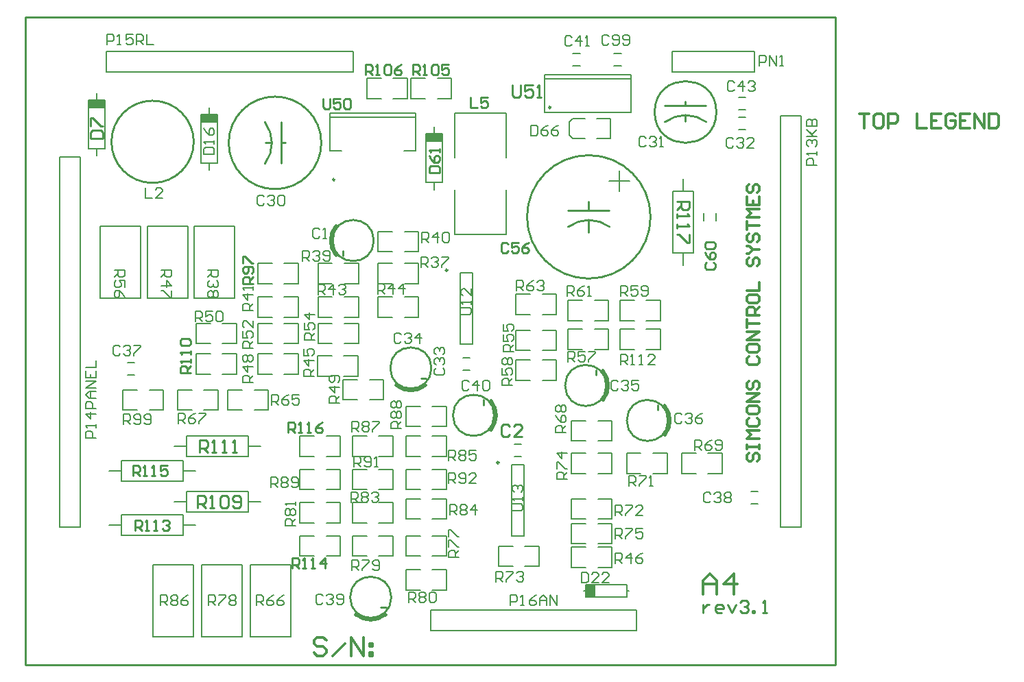
<source format=gto>
%FSLAX25Y25*%
%MOIN*%
G70*
G01*
G75*
G04 Layer_Color=65535*
%ADD10C,0.01800*%
%ADD11C,0.04000*%
%ADD12C,0.02000*%
%ADD13C,0.02200*%
%ADD14C,0.02400*%
%ADD15C,0.03200*%
%ADD16C,0.03000*%
%ADD17R,0.05512X0.06693*%
%ADD18O,0.09843X0.02756*%
%ADD19R,0.05118X0.06693*%
%ADD20R,0.06693X0.05512*%
%ADD21C,0.00800*%
%ADD22C,0.01200*%
%ADD23C,0.09000*%
%ADD24O,0.07500X0.09000*%
%ADD25R,0.07500X0.09000*%
%ADD26O,0.09000X0.07500*%
%ADD27O,0.07500X0.06000*%
%ADD28R,0.09000X0.07500*%
%ADD29R,0.09500X0.09500*%
%ADD30C,0.09500*%
%ADD31C,0.10000*%
%ADD32R,0.09000X0.09000*%
%ADD33C,0.07500*%
%ADD34C,0.08500*%
%ADD35R,0.07500X0.10000*%
%ADD36O,0.07500X0.10000*%
%ADD37C,0.06000*%
%ADD38C,0.01400*%
%ADD39C,0.01500*%
%ADD40C,0.01000*%
%ADD41C,0.00984*%
%ADD42C,0.00787*%
%ADD43C,0.00400*%
G04:AMPARAMS|DCode=44|XSize=18.01mil|YSize=15.73mil|CornerRadius=0mil|HoleSize=0mil|Usage=FLASHONLY|Rotation=233.000|XOffset=0mil|YOffset=0mil|HoleType=Round|Shape=Rectangle|*
%AMROTATEDRECTD44*
4,1,4,-0.00086,0.01193,0.01170,0.00246,0.00086,-0.01193,-0.01170,-0.00246,-0.00086,0.01193,0.0*
%
%ADD44ROTATEDRECTD44*%

G04:AMPARAMS|DCode=45|XSize=18.01mil|YSize=15.74mil|CornerRadius=0mil|HoleSize=0mil|Usage=FLASHONLY|Rotation=307.000|XOffset=0mil|YOffset=0mil|HoleType=Round|Shape=Rectangle|*
%AMROTATEDRECTD45*
4,1,4,-0.01170,0.00246,0.00087,0.01193,0.01170,-0.00246,-0.00087,-0.01193,-0.01170,0.00246,0.0*
%
%ADD45ROTATEDRECTD45*%

G04:AMPARAMS|DCode=46|XSize=18.01mil|YSize=15.73mil|CornerRadius=0mil|HoleSize=0mil|Usage=FLASHONLY|Rotation=37.000|XOffset=0mil|YOffset=0mil|HoleType=Round|Shape=Rectangle|*
%AMROTATEDRECTD46*
4,1,4,-0.00246,-0.01170,-0.01193,0.00087,0.00246,0.01170,0.01193,-0.00087,-0.00246,-0.01170,0.0*
%
%ADD46ROTATEDRECTD46*%

G04:AMPARAMS|DCode=47|XSize=18.01mil|YSize=15.74mil|CornerRadius=0mil|HoleSize=0mil|Usage=FLASHONLY|Rotation=323.000|XOffset=0mil|YOffset=0mil|HoleType=Round|Shape=Rectangle|*
%AMROTATEDRECTD47*
4,1,4,-0.01193,-0.00087,-0.00246,0.01170,0.01193,0.00087,0.00246,-0.01170,-0.01193,-0.00087,0.0*
%
%ADD47ROTATEDRECTD47*%

G04:AMPARAMS|DCode=48|XSize=18.01mil|YSize=15.73mil|CornerRadius=0mil|HoleSize=0mil|Usage=FLASHONLY|Rotation=53.000|XOffset=0mil|YOffset=0mil|HoleType=Round|Shape=Rectangle|*
%AMROTATEDRECTD48*
4,1,4,0.00087,-0.01193,-0.01170,-0.00246,-0.00087,0.01193,0.01170,0.00246,0.00087,-0.01193,0.0*
%
%ADD48ROTATEDRECTD48*%

G04:AMPARAMS|DCode=49|XSize=18.01mil|YSize=15.74mil|CornerRadius=0mil|HoleSize=0mil|Usage=FLASHONLY|Rotation=323.000|XOffset=0mil|YOffset=0mil|HoleType=Round|Shape=Rectangle|*
%AMROTATEDRECTD49*
4,1,4,-0.01193,-0.00087,-0.00246,0.01170,0.01193,0.00087,0.00246,-0.01170,-0.01193,-0.00087,0.0*
%
%ADD49ROTATEDRECTD49*%

%ADD50R,0.07874X0.03937*%
%ADD51R,0.05000X0.06000*%
D21*
X443250Y540500D02*
X446750D01*
X443250Y534500D02*
X446750D01*
X527157Y504921D02*
X534047D01*
X539953D02*
X546843D01*
X527157Y495079D02*
X534047D01*
X539953D02*
X546843D01*
Y504921D01*
X527157Y495079D02*
Y504921D01*
X631250Y495000D02*
X634750D01*
X631250Y501000D02*
X634750D01*
X695453Y547079D02*
X702343D01*
X682657D02*
X689547D01*
X695453Y556921D02*
X702343D01*
X682657D02*
X689547D01*
X682657Y547079D02*
Y556921D01*
X702343Y547079D02*
Y556921D01*
X476657Y544921D02*
X483547D01*
X489453D02*
X496343D01*
X476657Y535079D02*
X483547D01*
X489453D02*
X496343D01*
Y544921D01*
X476657Y535079D02*
Y544921D01*
X572453Y669079D02*
X579343D01*
X559657D02*
X566547D01*
X572453Y678921D02*
X579343D01*
X559657D02*
X566547D01*
X559657Y669079D02*
Y678921D01*
X579343Y669079D02*
Y678921D01*
X593953Y669079D02*
X600843D01*
X581157D02*
X588047D01*
X593953Y678921D02*
X600843D01*
X581157D02*
X588047D01*
X581157Y669079D02*
Y678921D01*
X600843Y669079D02*
Y678921D01*
X565157Y588921D02*
X572047D01*
X577953D02*
X584843D01*
X565157Y579079D02*
X572047D01*
X577953D02*
X584843D01*
Y588921D01*
X565157Y579079D02*
Y588921D01*
X535907D02*
X542797D01*
X548703D02*
X555593D01*
X535907Y579079D02*
X542797D01*
X548703D02*
X555593D01*
Y588921D01*
X535907Y579079D02*
Y588921D01*
X577953Y594579D02*
X584843D01*
X565157D02*
X572047D01*
X577953Y604421D02*
X584843D01*
X565157D02*
X572047D01*
X565157Y594579D02*
Y604421D01*
X584843Y594579D02*
Y604421D01*
X519453Y562745D02*
X526343D01*
X506657D02*
X513547D01*
X519453Y572588D02*
X526343D01*
X506657D02*
X513547D01*
X506657Y562745D02*
Y572588D01*
X526343Y562745D02*
Y572588D01*
X535907D02*
X542797D01*
X548703D02*
X555593D01*
X535907Y562745D02*
X542797D01*
X548703D02*
X555593D01*
Y572588D01*
X535907Y562745D02*
Y572588D01*
X577953Y562745D02*
X584843D01*
X565157D02*
X572047D01*
X577953Y572588D02*
X584843D01*
X565157D02*
X572047D01*
X565157Y562745D02*
Y572588D01*
X584843Y562745D02*
Y572588D01*
X535657Y543921D02*
X542547D01*
X548453D02*
X555343D01*
X535657Y534079D02*
X542547D01*
X548453D02*
X555343D01*
Y543921D01*
X535657Y534079D02*
Y543921D01*
X506657Y544921D02*
X513547D01*
X519453D02*
X526343D01*
X506657Y535079D02*
X513547D01*
X519453D02*
X526343D01*
Y544921D01*
X506657Y535079D02*
Y544921D01*
X548157Y532421D02*
X555047D01*
X560953D02*
X567843D01*
X548157Y522579D02*
X555047D01*
X560953D02*
X567843D01*
Y532421D01*
X548157Y522579D02*
Y532421D01*
X489453Y549912D02*
X496343D01*
X476657D02*
X483547D01*
X489453Y559755D02*
X496343D01*
X476657D02*
X483547D01*
X476657Y549912D02*
Y559755D01*
X496343Y549912D02*
Y559755D01*
X506657D02*
X513547D01*
X519453D02*
X526343D01*
X506657Y549912D02*
X513547D01*
X519453D02*
X526343D01*
Y559755D01*
X506657Y549912D02*
Y559755D01*
X535907D02*
X542797D01*
X548703D02*
X555593D01*
X535907Y549912D02*
X542797D01*
X548703D02*
X555593D01*
Y559755D01*
X535907Y549912D02*
Y559755D01*
X644953Y546579D02*
X651843D01*
X632157D02*
X639047D01*
X644953Y556421D02*
X651843D01*
X632157D02*
X639047D01*
X632157Y546579D02*
Y556421D01*
X651843Y546579D02*
Y556421D01*
X670203Y547079D02*
X677093D01*
X657407D02*
X664297D01*
X670203Y556921D02*
X677093D01*
X657407D02*
X664297D01*
X657407Y547079D02*
Y556921D01*
X677093Y547079D02*
Y556921D01*
X632157Y541921D02*
X639047D01*
X644953D02*
X651843D01*
X632157Y532079D02*
X639047D01*
X644953D02*
X651843D01*
Y541921D01*
X632157Y532079D02*
Y541921D01*
X695453Y561079D02*
X702343D01*
X682657D02*
X689547D01*
X695453Y570921D02*
X702343D01*
X682657D02*
X689547D01*
X682657Y561079D02*
Y570921D01*
X702343Y561079D02*
Y570921D01*
X670203Y561079D02*
X677093D01*
X657407D02*
X664297D01*
X670203Y570921D02*
X677093D01*
X657407D02*
X664297D01*
X657407Y561079D02*
Y570921D01*
X677093Y561079D02*
Y570921D01*
X644953Y564079D02*
X651843D01*
X632157D02*
X639047D01*
X644953Y573921D02*
X651843D01*
X632157D02*
X639047D01*
X632157Y564079D02*
Y573921D01*
X651843Y564079D02*
Y573921D01*
X492157Y527421D02*
X499047D01*
X504953D02*
X511843D01*
X492157Y517579D02*
X499047D01*
X504953D02*
X511843D01*
Y527421D01*
X492157Y517579D02*
Y527421D01*
X467657D02*
X474547D01*
X480453D02*
X487343D01*
X467657Y517579D02*
X474547D01*
X480453D02*
X487343D01*
Y527421D01*
X467657Y517579D02*
Y527421D01*
X659157Y512421D02*
X666047D01*
X671953D02*
X678843D01*
X659157Y502579D02*
X666047D01*
X671953D02*
X678843D01*
Y512421D01*
X659157Y502579D02*
Y512421D01*
X725453Y486704D02*
X732343D01*
X712657D02*
X719547D01*
X725453Y496546D02*
X732343D01*
X712657D02*
X719547D01*
X712657Y486704D02*
Y496546D01*
X732343Y486704D02*
Y496546D01*
X698703Y486704D02*
X705593D01*
X685907D02*
X692797D01*
X698703Y496546D02*
X705593D01*
X685907D02*
X692797D01*
X685907Y486704D02*
Y496546D01*
X705593Y486704D02*
Y496546D01*
X671953Y464579D02*
X678843D01*
X659157D02*
X666047D01*
X671953Y474421D02*
X678843D01*
X659157D02*
X666047D01*
X659157Y464579D02*
Y474421D01*
X678843Y464579D02*
Y474421D01*
X636453Y441579D02*
X643343D01*
X623657D02*
X630547D01*
X636453Y451421D02*
X643343D01*
X623657D02*
X630547D01*
X623657Y441579D02*
Y451421D01*
X643343Y441579D02*
Y451421D01*
X671953Y486704D02*
X678843D01*
X659157D02*
X666047D01*
X671953Y496546D02*
X678843D01*
X659157D02*
X666047D01*
X659157Y486704D02*
Y496546D01*
X678843Y486704D02*
Y496546D01*
X671953Y452579D02*
X678843D01*
X659157D02*
X666047D01*
X671953Y462421D02*
X678843D01*
X659157D02*
X666047D01*
X659157Y452579D02*
Y462421D01*
X678843Y452579D02*
Y462421D01*
X578657Y456421D02*
X585547D01*
X591453D02*
X598343D01*
X578657Y446579D02*
X585547D01*
X591453D02*
X598343D01*
Y456421D01*
X578657Y446579D02*
Y456421D01*
X552657D02*
X559547D01*
X565453D02*
X572343D01*
X552657Y446579D02*
X559547D01*
X565453D02*
X572343D01*
Y456421D01*
X552657Y446579D02*
Y456421D01*
X591453Y430079D02*
X598343D01*
X578657D02*
X585547D01*
X591453Y439921D02*
X598343D01*
X578657D02*
X585547D01*
X578657Y430079D02*
Y439921D01*
X598343Y430079D02*
Y439921D01*
X539953Y462745D02*
X546843D01*
X527157D02*
X534047D01*
X539953Y472588D02*
X546843D01*
X527157D02*
X534047D01*
X527157Y462745D02*
Y472588D01*
X546843Y462745D02*
Y472588D01*
X552657D02*
X559547D01*
X565453D02*
X572343D01*
X552657Y462745D02*
X559547D01*
X565453D02*
X572343D01*
Y472588D01*
X552657Y462745D02*
Y472588D01*
X578657Y474421D02*
X585547D01*
X591453D02*
X598343D01*
X578657Y464579D02*
X585547D01*
X591453D02*
X598343D01*
Y474421D01*
X578657Y464579D02*
Y474421D01*
Y504921D02*
X585547D01*
X591453D02*
X598343D01*
X578657Y495079D02*
X585547D01*
X591453D02*
X598343D01*
Y504921D01*
X578657Y495079D02*
Y504921D01*
X552657D02*
X559547D01*
X565453D02*
X572343D01*
X552657Y495079D02*
X559547D01*
X565453D02*
X572343D01*
Y504921D01*
X552657Y495079D02*
Y504921D01*
X578657Y519421D02*
X585547D01*
X591453D02*
X598343D01*
X578657Y509579D02*
X585547D01*
X591453D02*
X598343D01*
Y519421D01*
X578657Y509579D02*
Y519421D01*
X539953Y478912D02*
X546843D01*
X527157D02*
X534047D01*
X539953Y488755D02*
X546843D01*
X527157D02*
X534047D01*
X527157Y478912D02*
Y488755D01*
X546843Y478912D02*
Y488755D01*
X552657D02*
X559547D01*
X565453D02*
X572343D01*
X552657Y478912D02*
X559547D01*
X565453D02*
X572343D01*
Y488755D01*
X552657Y478912D02*
Y488755D01*
X591453Y478912D02*
X598343D01*
X578657D02*
X585547D01*
X591453Y488755D02*
X598343D01*
X578657D02*
X585547D01*
X578657Y478912D02*
Y488755D01*
X598343Y478912D02*
Y488755D01*
X506657Y588921D02*
X513547D01*
X519453D02*
X526343D01*
X506657Y579079D02*
X513547D01*
X519453D02*
X526343D01*
Y588921D01*
X506657Y579079D02*
Y588921D01*
X441157Y527421D02*
X448047D01*
X453953D02*
X460843D01*
X441157Y517579D02*
X448047D01*
X453953D02*
X460843D01*
Y527421D01*
X441157Y517579D02*
Y527421D01*
X682500Y624000D02*
Y634000D01*
X677500Y629000D02*
X687500D01*
X495343Y572000D02*
Y589157D01*
X475657Y572000D02*
X495343D01*
X475657D02*
Y607000D01*
X495343D01*
Y589157D02*
Y607000D01*
X472593Y572000D02*
Y589157D01*
X452907Y572000D02*
X472593D01*
X452907D02*
Y607000D01*
X472593D01*
Y589157D02*
Y607000D01*
X449843Y572000D02*
Y589157D01*
X430157Y572000D02*
X449843D01*
X430157D02*
Y607000D01*
X449843D01*
Y589157D02*
Y607000D01*
X503039Y425256D02*
Y442413D01*
X522724D01*
Y407413D02*
Y442413D01*
X503039Y407413D02*
X522724D01*
X503039D02*
Y425256D01*
X479417D02*
Y442413D01*
X499102D01*
Y407413D02*
Y442413D01*
X479417Y407413D02*
X499102D01*
X479417D02*
Y425256D01*
X455795D02*
Y442413D01*
X475480D01*
Y407413D02*
Y442413D01*
X455795Y407413D02*
X475480D01*
X455795D02*
Y425256D01*
X657870Y657650D02*
X659642Y659421D01*
X657870Y651350D02*
X658264Y650957D01*
X657870Y651350D02*
Y657650D01*
X658264Y650957D02*
X659642Y649579D01*
Y659421D02*
X665547D01*
X671453D02*
X677949D01*
X659642Y649579D02*
X665547D01*
X671453D02*
X677949D01*
Y659421D01*
X723500Y609750D02*
Y613250D01*
X729500Y609750D02*
Y613250D01*
X679750Y685000D02*
X683250D01*
X679750Y691000D02*
X683250D01*
X740250Y654000D02*
X743750D01*
X740250Y660000D02*
X743750D01*
X606250Y543000D02*
X609750D01*
X606250Y537000D02*
X609750D01*
X746250Y478000D02*
X749750D01*
X746250Y472000D02*
X749750D01*
X659750Y691000D02*
X663250D01*
X659750Y685000D02*
X663250D01*
X740250Y663500D02*
X743750D01*
X740250Y669500D02*
X743750D01*
X602500Y640374D02*
Y662028D01*
X627500D01*
Y640374D02*
Y662028D01*
X602500Y602972D02*
Y624626D01*
Y602972D02*
X627500D01*
Y624626D01*
X671953Y441079D02*
X678843D01*
X659157D02*
X666047D01*
X671953Y450921D02*
X678843D01*
X659157D02*
X666047D01*
X659157Y441079D02*
Y450921D01*
X678843Y441079D02*
Y450921D01*
X527157Y456421D02*
X534047D01*
X539953D02*
X546843D01*
X527157Y446579D02*
X534047D01*
X539953D02*
X546843D01*
Y456421D01*
X527157Y446579D02*
Y456421D01*
X439832Y548165D02*
X438999Y548998D01*
X437333D01*
X436500Y548165D01*
Y544833D01*
X437333Y544000D01*
X438999D01*
X439832Y544833D01*
X441498Y548165D02*
X442331Y548998D01*
X443998D01*
X444831Y548165D01*
Y547332D01*
X443998Y546499D01*
X443164D01*
X443998D01*
X444831Y545666D01*
Y544833D01*
X443998Y544000D01*
X442331D01*
X441498Y544833D01*
X446497Y548998D02*
X449829D01*
Y548165D01*
X446497Y544833D01*
Y544000D01*
X664000Y438498D02*
Y433500D01*
X666499D01*
X667332Y434333D01*
Y437665D01*
X666499Y438498D01*
X664000D01*
X672331Y433500D02*
X668998D01*
X672331Y436832D01*
Y437665D01*
X671498Y438498D01*
X669831D01*
X668998Y437665D01*
X677329Y433500D02*
X673997D01*
X677329Y436832D01*
Y437665D01*
X676496Y438498D01*
X674830D01*
X673997Y437665D01*
X680500Y443000D02*
Y447998D01*
X682999D01*
X683832Y447165D01*
Y445499D01*
X682999Y444666D01*
X680500D01*
X682166D02*
X683832Y443000D01*
X687998D02*
Y447998D01*
X685498Y445499D01*
X688831D01*
X693829Y447998D02*
X692163Y447165D01*
X690497Y445499D01*
Y443833D01*
X691330Y443000D01*
X692996D01*
X693829Y443833D01*
Y444666D01*
X692996Y445499D01*
X690497D01*
X639500Y655998D02*
Y651000D01*
X641999D01*
X642832Y651833D01*
Y655165D01*
X641999Y655998D01*
X639500D01*
X647831D02*
X646165Y655165D01*
X644498Y653499D01*
Y651833D01*
X645331Y651000D01*
X646998D01*
X647831Y651833D01*
Y652666D01*
X646998Y653499D01*
X644498D01*
X652829Y655998D02*
X651163Y655165D01*
X649497Y653499D01*
Y651833D01*
X650330Y651000D01*
X651996D01*
X652829Y651833D01*
Y652666D01*
X651996Y653499D01*
X649497D01*
X441500Y510500D02*
Y515498D01*
X443999D01*
X444832Y514665D01*
Y512999D01*
X443999Y512166D01*
X441500D01*
X443166D02*
X444832Y510500D01*
X446498Y511333D02*
X447331Y510500D01*
X448998D01*
X449831Y511333D01*
Y514665D01*
X448998Y515498D01*
X447331D01*
X446498Y514665D01*
Y513832D01*
X447331Y512999D01*
X449831D01*
X451497Y511333D02*
X452330Y510500D01*
X453996D01*
X454829Y511333D01*
Y514665D01*
X453996Y515498D01*
X452330D01*
X451497Y514665D01*
Y513832D01*
X452330Y512999D01*
X454829D01*
X630502Y468500D02*
X634667D01*
X635500Y469333D01*
Y470999D01*
X634667Y471832D01*
X630502D01*
X635500Y473498D02*
Y475165D01*
Y474331D01*
X630502D01*
X631335Y473498D01*
Y477664D02*
X630502Y478497D01*
Y480163D01*
X631335Y480996D01*
X632168D01*
X633001Y480163D01*
Y479330D01*
Y480163D01*
X633834Y480996D01*
X634667D01*
X635500Y480163D01*
Y478497D01*
X634667Y477664D01*
X605502Y564000D02*
X609667D01*
X610500Y564833D01*
Y566499D01*
X609667Y567332D01*
X605502D01*
X610500Y568998D02*
Y570665D01*
Y569831D01*
X605502D01*
X606335Y568998D01*
X610500Y576496D02*
Y573164D01*
X607168Y576496D01*
X606335D01*
X605502Y575663D01*
Y573997D01*
X606335Y573164D01*
X599500Y481833D02*
Y486832D01*
X601999D01*
X602832Y485999D01*
Y484333D01*
X601999Y483499D01*
X599500D01*
X601166D02*
X602832Y481833D01*
X604498Y482666D02*
X605331Y481833D01*
X606998D01*
X607831Y482666D01*
Y485999D01*
X606998Y486832D01*
X605331D01*
X604498Y485999D01*
Y485166D01*
X605331Y484333D01*
X607831D01*
X612829Y481833D02*
X609497D01*
X612829Y485166D01*
Y485999D01*
X611996Y486832D01*
X610330D01*
X609497Y485999D01*
X553500Y489833D02*
Y494832D01*
X555999D01*
X556832Y493999D01*
Y492333D01*
X555999Y491499D01*
X553500D01*
X555166D02*
X556832Y489833D01*
X558498Y490666D02*
X559331Y489833D01*
X560998D01*
X561831Y490666D01*
Y493999D01*
X560998Y494832D01*
X559331D01*
X558498Y493999D01*
Y493166D01*
X559331Y492333D01*
X561831D01*
X563497Y489833D02*
X565163D01*
X564330D01*
Y494832D01*
X563497Y493999D01*
X513000Y479833D02*
Y484832D01*
X515499D01*
X516332Y483999D01*
Y482333D01*
X515499Y481499D01*
X513000D01*
X514666D02*
X516332Y479833D01*
X517998Y483999D02*
X518831Y484832D01*
X520498D01*
X521331Y483999D01*
Y483166D01*
X520498Y482333D01*
X521331Y481499D01*
Y480666D01*
X520498Y479833D01*
X518831D01*
X517998Y480666D01*
Y481499D01*
X518831Y482333D01*
X517998Y483166D01*
Y483999D01*
X518831Y482333D02*
X520498D01*
X522997Y480666D02*
X523830Y479833D01*
X525496D01*
X526329Y480666D01*
Y483999D01*
X525496Y484832D01*
X523830D01*
X522997Y483999D01*
Y483166D01*
X523830Y482333D01*
X526329D01*
X576500Y508500D02*
X571502D01*
Y510999D01*
X572335Y511832D01*
X574001D01*
X574834Y510999D01*
Y508500D01*
Y510166D02*
X576500Y511832D01*
X572335Y513498D02*
X571502Y514331D01*
Y515998D01*
X572335Y516831D01*
X573168D01*
X574001Y515998D01*
X574834Y516831D01*
X575667D01*
X576500Y515998D01*
Y514331D01*
X575667Y513498D01*
X574834D01*
X574001Y514331D01*
X573168Y513498D01*
X572335D01*
X574001Y514331D02*
Y515998D01*
X572335Y518497D02*
X571502Y519330D01*
Y520996D01*
X572335Y521829D01*
X573168D01*
X574001Y520996D01*
X574834Y521829D01*
X575667D01*
X576500Y520996D01*
Y519330D01*
X575667Y518497D01*
X574834D01*
X574001Y519330D01*
X573168Y518497D01*
X572335D01*
X574001Y519330D02*
Y520996D01*
X552500Y507000D02*
Y511998D01*
X554999D01*
X555832Y511165D01*
Y509499D01*
X554999Y508666D01*
X552500D01*
X554166D02*
X555832Y507000D01*
X557498Y511165D02*
X558331Y511998D01*
X559998D01*
X560831Y511165D01*
Y510332D01*
X559998Y509499D01*
X560831Y508666D01*
Y507833D01*
X559998Y507000D01*
X558331D01*
X557498Y507833D01*
Y508666D01*
X558331Y509499D01*
X557498Y510332D01*
Y511165D01*
X558331Y509499D02*
X559998D01*
X562497Y511998D02*
X565829D01*
Y511165D01*
X562497Y507833D01*
Y507000D01*
X459500Y422500D02*
Y427498D01*
X461999D01*
X462832Y426665D01*
Y424999D01*
X461999Y424166D01*
X459500D01*
X461166D02*
X462832Y422500D01*
X464498Y426665D02*
X465331Y427498D01*
X466998D01*
X467831Y426665D01*
Y425832D01*
X466998Y424999D01*
X467831Y424166D01*
Y423333D01*
X466998Y422500D01*
X465331D01*
X464498Y423333D01*
Y424166D01*
X465331Y424999D01*
X464498Y425832D01*
Y426665D01*
X465331Y424999D02*
X466998D01*
X472829Y427498D02*
X471163Y426665D01*
X469497Y424999D01*
Y423333D01*
X470330Y422500D01*
X471996D01*
X472829Y423333D01*
Y424166D01*
X471996Y424999D01*
X469497D01*
X599500Y493000D02*
Y497998D01*
X601999D01*
X602832Y497165D01*
Y495499D01*
X601999Y494666D01*
X599500D01*
X601166D02*
X602832Y493000D01*
X604498Y497165D02*
X605331Y497998D01*
X606998D01*
X607831Y497165D01*
Y496332D01*
X606998Y495499D01*
X607831Y494666D01*
Y493833D01*
X606998Y493000D01*
X605331D01*
X604498Y493833D01*
Y494666D01*
X605331Y495499D01*
X604498Y496332D01*
Y497165D01*
X605331Y495499D02*
X606998D01*
X612829Y497998D02*
X609497D01*
Y495499D01*
X611163Y496332D01*
X611996D01*
X612829Y495499D01*
Y493833D01*
X611996Y493000D01*
X610330D01*
X609497Y493833D01*
X600000Y466500D02*
Y471498D01*
X602499D01*
X603332Y470665D01*
Y468999D01*
X602499Y468166D01*
X600000D01*
X601666D02*
X603332Y466500D01*
X604998Y470665D02*
X605831Y471498D01*
X607498D01*
X608331Y470665D01*
Y469832D01*
X607498Y468999D01*
X608331Y468166D01*
Y467333D01*
X607498Y466500D01*
X605831D01*
X604998Y467333D01*
Y468166D01*
X605831Y468999D01*
X604998Y469832D01*
Y470665D01*
X605831Y468999D02*
X607498D01*
X612496Y466500D02*
Y471498D01*
X609997Y468999D01*
X613329D01*
X552000Y472667D02*
Y477665D01*
X554499D01*
X555332Y476832D01*
Y475166D01*
X554499Y474333D01*
X552000D01*
X553666D02*
X555332Y472667D01*
X556998Y476832D02*
X557831Y477665D01*
X559498D01*
X560331Y476832D01*
Y475999D01*
X559498Y475166D01*
X560331Y474333D01*
Y473500D01*
X559498Y472667D01*
X557831D01*
X556998Y473500D01*
Y474333D01*
X557831Y475166D01*
X556998Y475999D01*
Y476832D01*
X557831Y475166D02*
X559498D01*
X561997Y476832D02*
X562830Y477665D01*
X564496D01*
X565329Y476832D01*
Y475999D01*
X564496Y475166D01*
X563663D01*
X564496D01*
X565329Y474333D01*
Y473500D01*
X564496Y472667D01*
X562830D01*
X561997Y473500D01*
X525000Y461167D02*
X520002D01*
Y463666D01*
X520835Y464499D01*
X522501D01*
X523334Y463666D01*
Y461167D01*
Y462833D02*
X525000Y464499D01*
X520835Y466165D02*
X520002Y466998D01*
Y468664D01*
X520835Y469497D01*
X521668D01*
X522501Y468664D01*
X523334Y469497D01*
X524167D01*
X525000Y468664D01*
Y466998D01*
X524167Y466165D01*
X523334D01*
X522501Y466998D01*
X521668Y466165D01*
X520835D01*
X522501Y466998D02*
Y468664D01*
X525000Y471163D02*
Y472830D01*
Y471996D01*
X520002D01*
X520835Y471163D01*
X580000Y424000D02*
Y428998D01*
X582499D01*
X583332Y428165D01*
Y426499D01*
X582499Y425666D01*
X580000D01*
X581666D02*
X583332Y424000D01*
X584998Y428165D02*
X585831Y428998D01*
X587498D01*
X588331Y428165D01*
Y427332D01*
X587498Y426499D01*
X588331Y425666D01*
Y424833D01*
X587498Y424000D01*
X585831D01*
X584998Y424833D01*
Y425666D01*
X585831Y426499D01*
X584998Y427332D01*
Y428165D01*
X585831Y426499D02*
X587498D01*
X589997Y428165D02*
X590830Y428998D01*
X592496D01*
X593329Y428165D01*
Y424833D01*
X592496Y424000D01*
X590830D01*
X589997Y424833D01*
Y428165D01*
X552500Y439500D02*
Y444498D01*
X554999D01*
X555832Y443665D01*
Y441999D01*
X554999Y441166D01*
X552500D01*
X554166D02*
X555832Y439500D01*
X557498Y444498D02*
X560831D01*
Y443665D01*
X557498Y440333D01*
Y439500D01*
X562497Y440333D02*
X563330Y439500D01*
X564996D01*
X565829Y440333D01*
Y443665D01*
X564996Y444498D01*
X563330D01*
X562497Y443665D01*
Y442832D01*
X563330Y441999D01*
X565829D01*
X482750Y422500D02*
Y427498D01*
X485249D01*
X486082Y426665D01*
Y424999D01*
X485249Y424166D01*
X482750D01*
X484416D02*
X486082Y422500D01*
X487748Y427498D02*
X491081D01*
Y426665D01*
X487748Y423333D01*
Y422500D01*
X492747Y426665D02*
X493580Y427498D01*
X495246D01*
X496079Y426665D01*
Y425832D01*
X495246Y424999D01*
X496079Y424166D01*
Y423333D01*
X495246Y422500D01*
X493580D01*
X492747Y423333D01*
Y424166D01*
X493580Y424999D01*
X492747Y425832D01*
Y426665D01*
X493580Y424999D02*
X495246D01*
X604400Y445900D02*
X599402D01*
Y448399D01*
X600235Y449232D01*
X601901D01*
X602734Y448399D01*
Y445900D01*
Y447566D02*
X604400Y449232D01*
X599402Y450898D02*
Y454231D01*
X600235D01*
X603567Y450898D01*
X604400D01*
X599402Y455897D02*
Y459229D01*
X600235D01*
X603567Y455897D01*
X604400D01*
X680500Y455125D02*
Y460123D01*
X682999D01*
X683832Y459290D01*
Y457624D01*
X682999Y456791D01*
X680500D01*
X682166D02*
X683832Y455125D01*
X685498Y460123D02*
X688831D01*
Y459290D01*
X685498Y455958D01*
Y455125D01*
X693829Y460123D02*
X690497D01*
Y457624D01*
X692163Y458457D01*
X692996D01*
X693829Y457624D01*
Y455958D01*
X692996Y455125D01*
X691330D01*
X690497Y455958D01*
X657000Y484000D02*
X652002D01*
Y486499D01*
X652835Y487332D01*
X654501D01*
X655334Y486499D01*
Y484000D01*
Y485666D02*
X657000Y487332D01*
X652002Y488998D02*
Y492331D01*
X652835D01*
X656167Y488998D01*
X657000D01*
Y496496D02*
X652002D01*
X654501Y493997D01*
Y497329D01*
X622500Y434000D02*
Y438998D01*
X624999D01*
X625832Y438165D01*
Y436499D01*
X624999Y435666D01*
X622500D01*
X624166D02*
X625832Y434000D01*
X627498Y438998D02*
X630831D01*
Y438165D01*
X627498Y434833D01*
Y434000D01*
X632497Y438165D02*
X633330Y438998D01*
X634996D01*
X635829Y438165D01*
Y437332D01*
X634996Y436499D01*
X634163D01*
X634996D01*
X635829Y435666D01*
Y434833D01*
X634996Y434000D01*
X633330D01*
X632497Y434833D01*
X680500Y466250D02*
Y471248D01*
X682999D01*
X683832Y470415D01*
Y468749D01*
X682999Y467916D01*
X680500D01*
X682166D02*
X683832Y466250D01*
X685498Y471248D02*
X688831D01*
Y470415D01*
X685498Y467083D01*
Y466250D01*
X693829D02*
X690497D01*
X693829Y469582D01*
Y470415D01*
X692996Y471248D01*
X691330D01*
X690497Y470415D01*
X687000Y480500D02*
Y485498D01*
X689499D01*
X690332Y484665D01*
Y482999D01*
X689499Y482166D01*
X687000D01*
X688666D02*
X690332Y480500D01*
X691998Y485498D02*
X695331D01*
Y484665D01*
X691998Y481333D01*
Y480500D01*
X696997D02*
X698663D01*
X697830D01*
Y485498D01*
X696997Y484665D01*
X719000Y498125D02*
Y503123D01*
X721499D01*
X722332Y502290D01*
Y500624D01*
X721499Y499791D01*
X719000D01*
X720666D02*
X722332Y498125D01*
X727331Y503123D02*
X725665Y502290D01*
X723998Y500624D01*
Y498958D01*
X724831Y498125D01*
X726498D01*
X727331Y498958D01*
Y499791D01*
X726498Y500624D01*
X723998D01*
X728997Y498958D02*
X729830Y498125D01*
X731496D01*
X732329Y498958D01*
Y502290D01*
X731496Y503123D01*
X729830D01*
X728997Y502290D01*
Y501457D01*
X729830Y500624D01*
X732329D01*
X656500Y506500D02*
X651502D01*
Y508999D01*
X652335Y509832D01*
X654001D01*
X654834Y508999D01*
Y506500D01*
Y508166D02*
X656500Y509832D01*
X651502Y514831D02*
X652335Y513165D01*
X654001Y511498D01*
X655667D01*
X656500Y512331D01*
Y513998D01*
X655667Y514831D01*
X654834D01*
X654001Y513998D01*
Y511498D01*
X652335Y516497D02*
X651502Y517330D01*
Y518996D01*
X652335Y519829D01*
X653168D01*
X654001Y518996D01*
X654834Y519829D01*
X655667D01*
X656500Y518996D01*
Y517330D01*
X655667Y516497D01*
X654834D01*
X654001Y517330D01*
X653168Y516497D01*
X652335D01*
X654001Y517330D02*
Y518996D01*
X468000Y511000D02*
Y515998D01*
X470499D01*
X471332Y515165D01*
Y513499D01*
X470499Y512666D01*
X468000D01*
X469666D02*
X471332Y511000D01*
X476331Y515998D02*
X474664Y515165D01*
X472998Y513499D01*
Y511833D01*
X473831Y511000D01*
X475498D01*
X476331Y511833D01*
Y512666D01*
X475498Y513499D01*
X472998D01*
X477997Y515998D02*
X481329D01*
Y515165D01*
X477997Y511833D01*
Y511000D01*
X506000Y422500D02*
Y427498D01*
X508499D01*
X509332Y426665D01*
Y424999D01*
X508499Y424166D01*
X506000D01*
X507666D02*
X509332Y422500D01*
X514331Y427498D02*
X512665Y426665D01*
X510998Y424999D01*
Y423333D01*
X511831Y422500D01*
X513498D01*
X514331Y423333D01*
Y424166D01*
X513498Y424999D01*
X510998D01*
X519329Y427498D02*
X517663Y426665D01*
X515997Y424999D01*
Y423333D01*
X516830Y422500D01*
X518496D01*
X519329Y423333D01*
Y424166D01*
X518496Y424999D01*
X515997D01*
X513500Y520000D02*
Y524998D01*
X515999D01*
X516832Y524165D01*
Y522499D01*
X515999Y521666D01*
X513500D01*
X515166D02*
X516832Y520000D01*
X521831Y524998D02*
X520164Y524165D01*
X518498Y522499D01*
Y520833D01*
X519331Y520000D01*
X520998D01*
X521831Y520833D01*
Y521666D01*
X520998Y522499D01*
X518498D01*
X526829Y524998D02*
X523497D01*
Y522499D01*
X525163Y523332D01*
X525996D01*
X526829Y522499D01*
Y520833D01*
X525996Y520000D01*
X524330D01*
X523497Y520833D01*
X632500Y575500D02*
Y580498D01*
X634999D01*
X635832Y579665D01*
Y577999D01*
X634999Y577166D01*
X632500D01*
X634166D02*
X635832Y575500D01*
X640831Y580498D02*
X639164Y579665D01*
X637498Y577999D01*
Y576333D01*
X638331Y575500D01*
X639998D01*
X640831Y576333D01*
Y577166D01*
X639998Y577999D01*
X637498D01*
X642497Y579665D02*
X643330Y580498D01*
X644996D01*
X645829Y579665D01*
Y578832D01*
X644996Y577999D01*
X644163D01*
X644996D01*
X645829Y577166D01*
Y576333D01*
X644996Y575500D01*
X643330D01*
X642497Y576333D01*
X657000Y573000D02*
Y577998D01*
X659499D01*
X660332Y577165D01*
Y575499D01*
X659499Y574666D01*
X657000D01*
X658666D02*
X660332Y573000D01*
X665331Y577998D02*
X663664Y577165D01*
X661998Y575499D01*
Y573833D01*
X662831Y573000D01*
X664498D01*
X665331Y573833D01*
Y574666D01*
X664498Y575499D01*
X661998D01*
X666997Y573000D02*
X668663D01*
X667830D01*
Y577998D01*
X666997Y577165D01*
X683000Y573000D02*
Y577998D01*
X685499D01*
X686332Y577165D01*
Y575499D01*
X685499Y574666D01*
X683000D01*
X684666D02*
X686332Y573000D01*
X691331Y577998D02*
X687998D01*
Y575499D01*
X689665Y576332D01*
X690498D01*
X691331Y575499D01*
Y573833D01*
X690498Y573000D01*
X688831D01*
X687998Y573833D01*
X692997D02*
X693830Y573000D01*
X695496D01*
X696329Y573833D01*
Y577165D01*
X695496Y577998D01*
X693830D01*
X692997Y577165D01*
Y576332D01*
X693830Y575499D01*
X696329D01*
X630500Y529500D02*
X625502D01*
Y531999D01*
X626335Y532832D01*
X628001D01*
X628834Y531999D01*
Y529500D01*
Y531166D02*
X630500Y532832D01*
X625502Y537831D02*
Y534498D01*
X628001D01*
X627168Y536165D01*
Y536998D01*
X628001Y537831D01*
X629667D01*
X630500Y536998D01*
Y535331D01*
X629667Y534498D01*
X626335Y539497D02*
X625502Y540330D01*
Y541996D01*
X626335Y542829D01*
X627168D01*
X628001Y541996D01*
X628834Y542829D01*
X629667D01*
X630500Y541996D01*
Y540330D01*
X629667Y539497D01*
X628834D01*
X628001Y540330D01*
X627168Y539497D01*
X626335D01*
X628001Y540330D02*
Y541996D01*
X657500Y541000D02*
Y545998D01*
X659999D01*
X660832Y545165D01*
Y543499D01*
X659999Y542666D01*
X657500D01*
X659166D02*
X660832Y541000D01*
X665831Y545998D02*
X662498D01*
Y543499D01*
X664164Y544332D01*
X664998D01*
X665831Y543499D01*
Y541833D01*
X664998Y541000D01*
X663331D01*
X662498Y541833D01*
X667497Y545998D02*
X670829D01*
Y545165D01*
X667497Y541833D01*
Y541000D01*
X437000Y585500D02*
X441998D01*
Y583001D01*
X441165Y582168D01*
X439499D01*
X438666Y583001D01*
Y585500D01*
Y583834D02*
X437000Y582168D01*
X441998Y577169D02*
Y580502D01*
X439499D01*
X440332Y578835D01*
Y578002D01*
X439499Y577169D01*
X437833D01*
X437000Y578002D01*
Y579669D01*
X437833Y580502D01*
X441998Y572171D02*
X441165Y573837D01*
X439499Y575503D01*
X437833D01*
X437000Y574670D01*
Y573004D01*
X437833Y572171D01*
X438666D01*
X439499Y573004D01*
Y575503D01*
X631000Y546000D02*
X626002D01*
Y548499D01*
X626835Y549332D01*
X628501D01*
X629334Y548499D01*
Y546000D01*
Y547666D02*
X631000Y549332D01*
X626002Y554331D02*
Y550998D01*
X628501D01*
X627668Y552665D01*
Y553498D01*
X628501Y554331D01*
X630167D01*
X631000Y553498D01*
Y551831D01*
X630167Y550998D01*
X626002Y559329D02*
Y555997D01*
X628501D01*
X627668Y557663D01*
Y558496D01*
X628501Y559329D01*
X630167D01*
X631000Y558496D01*
Y556830D01*
X630167Y555997D01*
X534250Y551500D02*
X529252D01*
Y553999D01*
X530085Y554832D01*
X531751D01*
X532584Y553999D01*
Y551500D01*
Y553166D02*
X534250Y554832D01*
X529252Y559831D02*
Y556498D01*
X531751D01*
X530918Y558165D01*
Y558998D01*
X531751Y559831D01*
X533417D01*
X534250Y558998D01*
Y557331D01*
X533417Y556498D01*
X534250Y563996D02*
X529252D01*
X531751Y561497D01*
Y564829D01*
X504300Y547500D02*
X499302D01*
Y549999D01*
X500135Y550832D01*
X501801D01*
X502634Y549999D01*
Y547500D01*
Y549166D02*
X504300Y550832D01*
X499302Y555831D02*
Y552498D01*
X501801D01*
X500968Y554165D01*
Y554998D01*
X501801Y555831D01*
X503467D01*
X504300Y554998D01*
Y553331D01*
X503467Y552498D01*
X504300Y560829D02*
Y557497D01*
X500968Y560829D01*
X500135D01*
X499302Y559996D01*
Y558330D01*
X500135Y557497D01*
X476300Y560633D02*
Y565632D01*
X478799D01*
X479632Y564799D01*
Y563132D01*
X478799Y562299D01*
X476300D01*
X477966D02*
X479632Y560633D01*
X484631Y565632D02*
X481298D01*
Y563132D01*
X482965Y563966D01*
X483798D01*
X484631Y563132D01*
Y561466D01*
X483798Y560633D01*
X482131D01*
X481298Y561466D01*
X486297Y564799D02*
X487130Y565632D01*
X488796D01*
X489629Y564799D01*
Y561466D01*
X488796Y560633D01*
X487130D01*
X486297Y561466D01*
Y564799D01*
X546500Y521000D02*
X541502D01*
Y523499D01*
X542335Y524332D01*
X544001D01*
X544834Y523499D01*
Y521000D01*
Y522666D02*
X546500Y524332D01*
Y528498D02*
X541502D01*
X544001Y525998D01*
Y529331D01*
X545667Y530997D02*
X546500Y531830D01*
Y533496D01*
X545667Y534329D01*
X542335D01*
X541502Y533496D01*
Y531830D01*
X542335Y530997D01*
X543168D01*
X544001Y531830D01*
Y534329D01*
X504300Y531000D02*
X499302D01*
Y533499D01*
X500135Y534332D01*
X501801D01*
X502634Y533499D01*
Y531000D01*
Y532666D02*
X504300Y534332D01*
Y538498D02*
X499302D01*
X501801Y535998D01*
Y539331D01*
X500135Y540997D02*
X499302Y541830D01*
Y543496D01*
X500135Y544329D01*
X500968D01*
X501801Y543496D01*
X502634Y544329D01*
X503467D01*
X504300Y543496D01*
Y541830D01*
X503467Y540997D01*
X502634D01*
X501801Y541830D01*
X500968Y540997D01*
X500135D01*
X501801Y541830D02*
Y543496D01*
X459750Y585500D02*
X464748D01*
Y583001D01*
X463915Y582168D01*
X462249D01*
X461416Y583001D01*
Y585500D01*
Y583834D02*
X459750Y582168D01*
Y578002D02*
X464748D01*
X462249Y580502D01*
Y577169D01*
X464748Y575503D02*
Y572171D01*
X463915D01*
X460583Y575503D01*
X459750D01*
X534000Y534000D02*
X529002D01*
Y536499D01*
X529835Y537332D01*
X531501D01*
X532334Y536499D01*
Y534000D01*
Y535666D02*
X534000Y537332D01*
Y541498D02*
X529002D01*
X531501Y538998D01*
Y542331D01*
X529002Y547329D02*
Y543997D01*
X531501D01*
X530668Y545663D01*
Y546496D01*
X531501Y547329D01*
X533167D01*
X534000Y546496D01*
Y544830D01*
X533167Y543997D01*
X565000Y574000D02*
Y578998D01*
X567499D01*
X568332Y578165D01*
Y576499D01*
X567499Y575666D01*
X565000D01*
X566666D02*
X568332Y574000D01*
X572498D02*
Y578998D01*
X569998Y576499D01*
X573331D01*
X577496Y574000D02*
Y578998D01*
X574997Y576499D01*
X578329D01*
X536000Y573667D02*
Y578665D01*
X538499D01*
X539332Y577832D01*
Y576166D01*
X538499Y575333D01*
X536000D01*
X537666D02*
X539332Y573667D01*
X543498D02*
Y578665D01*
X540998Y576166D01*
X544331D01*
X545997Y577832D02*
X546830Y578665D01*
X548496D01*
X549329Y577832D01*
Y576999D01*
X548496Y576166D01*
X547663D01*
X548496D01*
X549329Y575333D01*
Y574500D01*
X548496Y573667D01*
X546830D01*
X545997Y574500D01*
X504300Y566000D02*
X499302D01*
Y568499D01*
X500135Y569332D01*
X501801D01*
X502634Y568499D01*
Y566000D01*
Y567666D02*
X504300Y569332D01*
Y573498D02*
X499302D01*
X501801Y570998D01*
Y574331D01*
X504300Y575997D02*
Y577663D01*
Y576830D01*
X499302D01*
X500135Y575997D01*
X586500Y599000D02*
Y603998D01*
X588999D01*
X589832Y603165D01*
Y601499D01*
X588999Y600666D01*
X586500D01*
X588166D02*
X589832Y599000D01*
X593998D02*
Y603998D01*
X591498Y601499D01*
X594831D01*
X596497Y603165D02*
X597330Y603998D01*
X598996D01*
X599829Y603165D01*
Y599833D01*
X598996Y599000D01*
X597330D01*
X596497Y599833D01*
Y603165D01*
X528500Y590000D02*
Y594998D01*
X530999D01*
X531832Y594165D01*
Y592499D01*
X530999Y591666D01*
X528500D01*
X530166D02*
X531832Y590000D01*
X533498Y594165D02*
X534331Y594998D01*
X535998D01*
X536831Y594165D01*
Y593332D01*
X535998Y592499D01*
X535164D01*
X535998D01*
X536831Y591666D01*
Y590833D01*
X535998Y590000D01*
X534331D01*
X533498Y590833D01*
X538497D02*
X539330Y590000D01*
X540996D01*
X541829Y590833D01*
Y594165D01*
X540996Y594998D01*
X539330D01*
X538497Y594165D01*
Y593332D01*
X539330Y592499D01*
X541829D01*
X482500Y585500D02*
X487498D01*
Y583001D01*
X486665Y582168D01*
X484999D01*
X484166Y583001D01*
Y585500D01*
Y583834D02*
X482500Y582168D01*
X486665Y580502D02*
X487498Y579669D01*
Y578002D01*
X486665Y577169D01*
X485832D01*
X484999Y578002D01*
Y578835D01*
Y578002D01*
X484166Y577169D01*
X483333D01*
X482500Y578002D01*
Y579669D01*
X483333Y580502D01*
X486665Y575503D02*
X487498Y574670D01*
Y573004D01*
X486665Y572171D01*
X485832D01*
X484999Y573004D01*
X484166Y572171D01*
X483333D01*
X482500Y573004D01*
Y574670D01*
X483333Y575503D01*
X484166D01*
X484999Y574670D01*
X485832Y575503D01*
X486665D01*
X484999Y574670D02*
Y573004D01*
X586000Y587000D02*
Y591998D01*
X588499D01*
X589332Y591165D01*
Y589499D01*
X588499Y588666D01*
X586000D01*
X587666D02*
X589332Y587000D01*
X590998Y591165D02*
X591831Y591998D01*
X593498D01*
X594331Y591165D01*
Y590332D01*
X593498Y589499D01*
X592664D01*
X593498D01*
X594331Y588666D01*
Y587833D01*
X593498Y587000D01*
X591831D01*
X590998Y587833D01*
X595997Y591998D02*
X599329D01*
Y591165D01*
X595997Y587833D01*
Y587000D01*
X750500Y685000D02*
Y689998D01*
X752999D01*
X753832Y689165D01*
Y687499D01*
X752999Y686666D01*
X750500D01*
X755498Y685000D02*
Y689998D01*
X758831Y685000D01*
Y689998D01*
X760497Y685000D02*
X762163D01*
X761330D01*
Y689998D01*
X760497Y689165D01*
X629500Y422500D02*
Y427498D01*
X631999D01*
X632832Y426665D01*
Y424999D01*
X631999Y424166D01*
X629500D01*
X634498Y422500D02*
X636165D01*
X635331D01*
Y427498D01*
X634498Y426665D01*
X641996Y427498D02*
X640330Y426665D01*
X638664Y424999D01*
Y423333D01*
X639497Y422500D01*
X641163D01*
X641996Y423333D01*
Y424166D01*
X641163Y424999D01*
X638664D01*
X643662Y422500D02*
Y425832D01*
X645328Y427498D01*
X646994Y425832D01*
Y422500D01*
Y424999D01*
X643662D01*
X648661Y422500D02*
Y427498D01*
X651993Y422500D01*
Y427498D01*
X433400Y695200D02*
Y700198D01*
X435899D01*
X436732Y699365D01*
Y697699D01*
X435899Y696866D01*
X433400D01*
X438398Y695200D02*
X440064D01*
X439231D01*
Y700198D01*
X438398Y699365D01*
X445896Y700198D02*
X442564D01*
Y697699D01*
X444230Y698532D01*
X445063D01*
X445896Y697699D01*
Y696033D01*
X445063Y695200D01*
X443397D01*
X442564Y696033D01*
X447562Y695200D02*
Y700198D01*
X450061D01*
X450894Y699365D01*
Y697699D01*
X450061Y696866D01*
X447562D01*
X449228D02*
X450894Y695200D01*
X452561Y700198D02*
Y695200D01*
X455893D01*
X428000Y504000D02*
X423002D01*
Y506499D01*
X423835Y507332D01*
X425501D01*
X426334Y506499D01*
Y504000D01*
X428000Y508998D02*
Y510665D01*
Y509831D01*
X423002D01*
X423835Y508998D01*
X428000Y515663D02*
X423002D01*
X425501Y513164D01*
Y516496D01*
X428000Y518162D02*
X423002D01*
Y520661D01*
X423835Y521494D01*
X425501D01*
X426334Y520661D01*
Y518162D01*
X428000Y523161D02*
X424668D01*
X423002Y524827D01*
X424668Y526493D01*
X428000D01*
X425501D01*
Y523161D01*
X428000Y528159D02*
X423002D01*
X428000Y531491D01*
X423002D01*
Y536489D02*
Y533157D01*
X428000D01*
Y536489D01*
X425501Y533157D02*
Y534823D01*
X423002Y538156D02*
X428000D01*
Y541488D01*
X778500Y636500D02*
X773502D01*
Y638999D01*
X774335Y639832D01*
X776001D01*
X776834Y638999D01*
Y636500D01*
X778500Y641498D02*
Y643164D01*
Y642331D01*
X773502D01*
X774335Y641498D01*
Y645664D02*
X773502Y646497D01*
Y648163D01*
X774335Y648996D01*
X775168D01*
X776001Y648163D01*
Y647330D01*
Y648163D01*
X776834Y648996D01*
X777667D01*
X778500Y648163D01*
Y646497D01*
X777667Y645664D01*
X773502Y650662D02*
X778500D01*
X776834D01*
X773502Y653994D01*
X776001Y651495D01*
X778500Y653994D01*
X773502Y655660D02*
X778500D01*
Y658160D01*
X777667Y658993D01*
X776834D01*
X776001Y658160D01*
Y655660D01*
Y658160D01*
X775168Y658993D01*
X774335D01*
X773502Y658160D01*
Y655660D01*
X452000Y625498D02*
Y620500D01*
X455332D01*
X460331D02*
X456998D01*
X460331Y623832D01*
Y624665D01*
X459498Y625498D01*
X457831D01*
X456998Y624665D01*
X480502Y642000D02*
X485500D01*
Y644499D01*
X484667Y645332D01*
X481335D01*
X480502Y644499D01*
Y642000D01*
X485500Y646998D02*
Y648665D01*
Y647831D01*
X480502D01*
X481335Y646998D01*
X480502Y654496D02*
X481335Y652830D01*
X483001Y651164D01*
X484667D01*
X485500Y651997D01*
Y653663D01*
X484667Y654496D01*
X483834D01*
X483001Y653663D01*
Y651164D01*
X738332Y676665D02*
X737499Y677498D01*
X735833D01*
X735000Y676665D01*
Y673333D01*
X735833Y672500D01*
X737499D01*
X738332Y673333D01*
X742498Y672500D02*
Y677498D01*
X739998Y674999D01*
X743331D01*
X744997Y676665D02*
X745830Y677498D01*
X747496D01*
X748329Y676665D01*
Y675832D01*
X747496Y674999D01*
X746663D01*
X747496D01*
X748329Y674166D01*
Y673333D01*
X747496Y672500D01*
X745830D01*
X744997Y673333D01*
X659332Y698665D02*
X658499Y699498D01*
X656833D01*
X656000Y698665D01*
Y695333D01*
X656833Y694500D01*
X658499D01*
X659332Y695333D01*
X663498Y694500D02*
Y699498D01*
X660998Y696999D01*
X664331D01*
X665997Y694500D02*
X667663D01*
X666830D01*
Y699498D01*
X665997Y698665D01*
X609332Y531165D02*
X608499Y531998D01*
X606833D01*
X606000Y531165D01*
Y527833D01*
X606833Y527000D01*
X608499D01*
X609332Y527833D01*
X613498Y527000D02*
Y531998D01*
X610998Y529499D01*
X614331D01*
X615997Y531165D02*
X616830Y531998D01*
X618496D01*
X619329Y531165D01*
Y527833D01*
X618496Y527000D01*
X616830D01*
X615997Y527833D01*
Y531165D01*
X538332Y427165D02*
X537499Y427998D01*
X535833D01*
X535000Y427165D01*
Y423833D01*
X535833Y423000D01*
X537499D01*
X538332Y423833D01*
X539998Y427165D02*
X540831Y427998D01*
X542498D01*
X543331Y427165D01*
Y426332D01*
X542498Y425499D01*
X541665D01*
X542498D01*
X543331Y424666D01*
Y423833D01*
X542498Y423000D01*
X540831D01*
X539998Y423833D01*
X544997D02*
X545830Y423000D01*
X547496D01*
X548329Y423833D01*
Y427165D01*
X547496Y427998D01*
X545830D01*
X544997Y427165D01*
Y426332D01*
X545830Y425499D01*
X548329D01*
X726832Y476665D02*
X725999Y477498D01*
X724333D01*
X723500Y476665D01*
Y473333D01*
X724333Y472500D01*
X725999D01*
X726832Y473333D01*
X728498Y476665D02*
X729331Y477498D01*
X730998D01*
X731831Y476665D01*
Y475832D01*
X730998Y474999D01*
X730164D01*
X730998D01*
X731831Y474166D01*
Y473333D01*
X730998Y472500D01*
X729331D01*
X728498Y473333D01*
X733497Y476665D02*
X734330Y477498D01*
X735996D01*
X736829Y476665D01*
Y475832D01*
X735996Y474999D01*
X736829Y474166D01*
Y473333D01*
X735996Y472500D01*
X734330D01*
X733497Y473333D01*
Y474166D01*
X734330Y474999D01*
X733497Y475832D01*
Y476665D01*
X734330Y474999D02*
X735996D01*
X712832Y515165D02*
X711999Y515998D01*
X710333D01*
X709500Y515165D01*
Y511833D01*
X710333Y511000D01*
X711999D01*
X712832Y511833D01*
X714498Y515165D02*
X715331Y515998D01*
X716998D01*
X717831Y515165D01*
Y514332D01*
X716998Y513499D01*
X716164D01*
X716998D01*
X717831Y512666D01*
Y511833D01*
X716998Y511000D01*
X715331D01*
X714498Y511833D01*
X722829Y515998D02*
X721163Y515165D01*
X719497Y513499D01*
Y511833D01*
X720330Y511000D01*
X721996D01*
X722829Y511833D01*
Y512666D01*
X721996Y513499D01*
X719497D01*
X681832Y531165D02*
X680999Y531998D01*
X679333D01*
X678500Y531165D01*
Y527833D01*
X679333Y527000D01*
X680999D01*
X681832Y527833D01*
X683498Y531165D02*
X684331Y531998D01*
X685998D01*
X686831Y531165D01*
Y530332D01*
X685998Y529499D01*
X685164D01*
X685998D01*
X686831Y528666D01*
Y527833D01*
X685998Y527000D01*
X684331D01*
X683498Y527833D01*
X691829Y531998D02*
X688497D01*
Y529499D01*
X690163Y530332D01*
X690996D01*
X691829Y529499D01*
Y527833D01*
X690996Y527000D01*
X689330D01*
X688497Y527833D01*
X576332Y554165D02*
X575499Y554998D01*
X573833D01*
X573000Y554165D01*
Y550833D01*
X573833Y550000D01*
X575499D01*
X576332Y550833D01*
X577998Y554165D02*
X578831Y554998D01*
X580498D01*
X581331Y554165D01*
Y553332D01*
X580498Y552499D01*
X579665D01*
X580498D01*
X581331Y551666D01*
Y550833D01*
X580498Y550000D01*
X578831D01*
X577998Y550833D01*
X585496Y550000D02*
Y554998D01*
X582997Y552499D01*
X586329D01*
X593335Y537832D02*
X592502Y536999D01*
Y535333D01*
X593335Y534500D01*
X596667D01*
X597500Y535333D01*
Y536999D01*
X596667Y537832D01*
X593335Y539498D02*
X592502Y540331D01*
Y541998D01*
X593335Y542831D01*
X594168D01*
X595001Y541998D01*
Y541164D01*
Y541998D01*
X595834Y542831D01*
X596667D01*
X597500Y541998D01*
Y540331D01*
X596667Y539498D01*
X593335Y544497D02*
X592502Y545330D01*
Y546996D01*
X593335Y547829D01*
X594168D01*
X595001Y546996D01*
Y546163D01*
Y546996D01*
X595834Y547829D01*
X596667D01*
X597500Y546996D01*
Y545330D01*
X596667Y544497D01*
X737832Y649165D02*
X736999Y649998D01*
X735333D01*
X734500Y649165D01*
Y645833D01*
X735333Y645000D01*
X736999D01*
X737832Y645833D01*
X739498Y649165D02*
X740331Y649998D01*
X741998D01*
X742831Y649165D01*
Y648332D01*
X741998Y647499D01*
X741164D01*
X741998D01*
X742831Y646666D01*
Y645833D01*
X741998Y645000D01*
X740331D01*
X739498Y645833D01*
X747829Y645000D02*
X744497D01*
X747829Y648332D01*
Y649165D01*
X746996Y649998D01*
X745330D01*
X744497Y649165D01*
X695332Y649665D02*
X694499Y650498D01*
X692833D01*
X692000Y649665D01*
Y646333D01*
X692833Y645500D01*
X694499D01*
X695332Y646333D01*
X696998Y649665D02*
X697831Y650498D01*
X699498D01*
X700331Y649665D01*
Y648832D01*
X699498Y647999D01*
X698665D01*
X699498D01*
X700331Y647166D01*
Y646333D01*
X699498Y645500D01*
X697831D01*
X696998Y646333D01*
X701997Y645500D02*
X703663D01*
X702830D01*
Y650498D01*
X701997Y649665D01*
X509832Y621165D02*
X508999Y621998D01*
X507333D01*
X506500Y621165D01*
Y617833D01*
X507333Y617000D01*
X508999D01*
X509832Y617833D01*
X511498Y621165D02*
X512331Y621998D01*
X513998D01*
X514831Y621165D01*
Y620332D01*
X513998Y619499D01*
X513165D01*
X513998D01*
X514831Y618666D01*
Y617833D01*
X513998Y617000D01*
X512331D01*
X511498Y617833D01*
X516497Y621165D02*
X517330Y621998D01*
X518996D01*
X519829Y621165D01*
Y617833D01*
X518996Y617000D01*
X517330D01*
X516497Y617833D01*
Y621165D01*
X536832Y605165D02*
X535999Y605998D01*
X534333D01*
X533500Y605165D01*
Y601833D01*
X534333Y601000D01*
X535999D01*
X536832Y601833D01*
X538498Y601000D02*
X540165D01*
X539331D01*
Y605998D01*
X538498Y605165D01*
X677332Y699165D02*
X676499Y699998D01*
X674833D01*
X674000Y699165D01*
Y695833D01*
X674833Y695000D01*
X676499D01*
X677332Y695833D01*
X678998D02*
X679831Y695000D01*
X681498D01*
X682331Y695833D01*
Y699165D01*
X681498Y699998D01*
X679831D01*
X678998Y699165D01*
Y698332D01*
X679831Y697499D01*
X682331D01*
X683997Y695833D02*
X684830Y695000D01*
X686496D01*
X687329Y695833D01*
Y699165D01*
X686496Y699998D01*
X684830D01*
X683997Y699165D01*
Y698332D01*
X684830Y697499D01*
X687329D01*
X683000Y539500D02*
Y544498D01*
X685499D01*
X686332Y543665D01*
Y541999D01*
X685499Y541166D01*
X683000D01*
X684666D02*
X686332Y539500D01*
X687998D02*
X689665D01*
X688831D01*
Y544498D01*
X687998Y543665D01*
X692164Y539500D02*
X693830D01*
X692997D01*
Y544498D01*
X692164Y543665D01*
X699661Y539500D02*
X696329D01*
X699661Y542832D01*
Y543665D01*
X698828Y544498D01*
X697162D01*
X696329Y543665D01*
D22*
X799100Y661698D02*
X803765D01*
X801433D01*
Y654700D01*
X809597Y661698D02*
X807264D01*
X806098Y660532D01*
Y655866D01*
X807264Y654700D01*
X809597D01*
X810763Y655866D01*
Y660532D01*
X809597Y661698D01*
X813095Y654700D02*
Y661698D01*
X816594D01*
X817761Y660532D01*
Y658199D01*
X816594Y657033D01*
X813095D01*
X827091Y661698D02*
Y654700D01*
X831756D01*
X838754Y661698D02*
X834089D01*
Y654700D01*
X838754D01*
X834089Y658199D02*
X836421D01*
X845752Y660532D02*
X844585Y661698D01*
X842253D01*
X841086Y660532D01*
Y655866D01*
X842253Y654700D01*
X844585D01*
X845752Y655866D01*
Y658199D01*
X843419D01*
X852749Y661698D02*
X848084D01*
Y654700D01*
X852749D01*
X848084Y658199D02*
X850417D01*
X855082Y654700D02*
Y661698D01*
X859747Y654700D01*
Y661698D01*
X862080D02*
Y654700D01*
X865578D01*
X866745Y655866D01*
Y660532D01*
X865578Y661698D01*
X862080D01*
X745502Y496499D02*
X744502Y495499D01*
Y493500D01*
X745502Y492500D01*
X746501D01*
X747501Y493500D01*
Y495499D01*
X748501Y496499D01*
X749500D01*
X750500Y495499D01*
Y493500D01*
X749500Y492500D01*
X744502Y498498D02*
Y500497D01*
Y499498D01*
X750500D01*
Y498498D01*
Y500497D01*
Y503496D02*
X744502D01*
X746501Y505496D01*
X744502Y507495D01*
X750500D01*
X745502Y513493D02*
X744502Y512494D01*
Y510494D01*
X745502Y509494D01*
X749500D01*
X750500Y510494D01*
Y512494D01*
X749500Y513493D01*
X744502Y518492D02*
Y516492D01*
X745502Y515493D01*
X749500D01*
X750500Y516492D01*
Y518492D01*
X749500Y519491D01*
X745502D01*
X744502Y518492D01*
X750500Y521491D02*
X744502D01*
X750500Y525489D01*
X744502D01*
X745502Y531487D02*
X744502Y530488D01*
Y528488D01*
X745502Y527489D01*
X746501D01*
X747501Y528488D01*
Y530488D01*
X748501Y531487D01*
X749500D01*
X750500Y530488D01*
Y528488D01*
X749500Y527489D01*
X745502Y543483D02*
X744502Y542484D01*
Y540485D01*
X745502Y539485D01*
X749500D01*
X750500Y540485D01*
Y542484D01*
X749500Y543483D01*
X744502Y548482D02*
Y546483D01*
X745502Y545483D01*
X749500D01*
X750500Y546483D01*
Y548482D01*
X749500Y549482D01*
X745502D01*
X744502Y548482D01*
X750500Y551481D02*
X744502D01*
X750500Y555480D01*
X744502D01*
Y557479D02*
Y561478D01*
Y559478D01*
X750500D01*
Y563477D02*
X744502D01*
Y566476D01*
X745502Y567476D01*
X747501D01*
X748501Y566476D01*
Y563477D01*
Y565476D02*
X750500Y567476D01*
X744502Y572474D02*
Y570475D01*
X745502Y569475D01*
X749500D01*
X750500Y570475D01*
Y572474D01*
X749500Y573474D01*
X745502D01*
X744502Y572474D01*
Y575473D02*
X750500D01*
Y579472D01*
X745502Y591468D02*
X744502Y590468D01*
Y588469D01*
X745502Y587469D01*
X746501D01*
X747501Y588469D01*
Y590468D01*
X748501Y591468D01*
X749500D01*
X750500Y590468D01*
Y588469D01*
X749500Y587469D01*
X744502Y593467D02*
X745502D01*
X747501Y595467D01*
X745502Y597466D01*
X744502D01*
X747501Y595467D02*
X750500D01*
X745502Y603464D02*
X744502Y602464D01*
Y600465D01*
X745502Y599465D01*
X746501D01*
X747501Y600465D01*
Y602464D01*
X748501Y603464D01*
X749500D01*
X750500Y602464D01*
Y600465D01*
X749500Y599465D01*
X744502Y605464D02*
Y609462D01*
Y607463D01*
X750500D01*
Y611461D02*
X744502D01*
X746501Y613461D01*
X744502Y615460D01*
X750500D01*
X744502Y621458D02*
Y617460D01*
X750500D01*
Y621458D01*
X747501Y617460D02*
Y619459D01*
X745502Y627456D02*
X744502Y626457D01*
Y624457D01*
X745502Y623458D01*
X746501D01*
X747501Y624457D01*
Y626457D01*
X748501Y627456D01*
X749500D01*
X750500Y626457D01*
Y624457D01*
X749500Y623458D01*
X539998Y405498D02*
X538498Y406997D01*
X535499D01*
X534000Y405498D01*
Y403998D01*
X535499Y402498D01*
X538498D01*
X539998Y400999D01*
Y399500D01*
X538498Y398000D01*
X535499D01*
X534000Y399500D01*
X542997Y398000D02*
X548995Y403998D01*
X551994Y398000D02*
Y406997D01*
X557992Y398000D01*
Y406997D01*
X560991Y403998D02*
X562491D01*
Y402498D01*
X560991D01*
Y403998D01*
Y399500D02*
X562491D01*
Y398000D01*
X560991D01*
Y399500D01*
D38*
X723000Y428000D02*
Y434664D01*
X726332Y437997D01*
X729665Y434664D01*
Y428000D01*
Y432998D01*
X723000D01*
X737995Y428000D02*
Y437997D01*
X732997Y432998D01*
X739661D01*
D39*
X544573Y607071D02*
G03*
X544573Y592929I8427J-7071D01*
G01*
X573929Y529573D02*
G03*
X588071Y529573I7071J8427D01*
G01*
X674427Y522429D02*
G03*
X674427Y536571I-8427J7071D01*
G01*
X704426Y505429D02*
G03*
X704426Y519571I-8427J7071D01*
G01*
X554429Y418074D02*
G03*
X568571Y418074I7071J8427D01*
G01*
X619927Y507929D02*
G03*
X619927Y522071I-8427J7071D01*
G01*
D40*
X563000Y600000D02*
G03*
X563000Y600000I-10000J0D01*
G01*
X591000Y538000D02*
G03*
X591000Y538000I-10000J0D01*
G01*
X676000Y529500D02*
G03*
X676000Y529500I-10000J0D01*
G01*
X706000Y512500D02*
G03*
X706000Y512500I-10000J0D01*
G01*
X571500Y426500D02*
G03*
X571500Y426500I-10000J0D01*
G01*
X621500Y515000D02*
G03*
X621500Y515000I-10000J0D01*
G01*
X537500Y647500D02*
G03*
X537500Y647500I-22500J0D01*
G01*
X510153Y637387D02*
G03*
X510082Y657562I-13530J10040D01*
G01*
X475500Y648000D02*
G03*
X475500Y648000I-20000J0D01*
G01*
X724613Y657653D02*
G03*
X704438Y657582I-10040J-13530D01*
G01*
X729500Y662500D02*
G03*
X729500Y662500I-15000J0D01*
G01*
X697500Y611500D02*
G03*
X697500Y611500I-30000J0D01*
G01*
X677613Y606653D02*
G03*
X657438Y606582I-10040J-13530D01*
G01*
X548000Y592500D02*
Y595000D01*
X586000Y533000D02*
X588500D01*
X671000Y534500D02*
Y537000D01*
X701000Y517500D02*
Y520000D01*
X566500Y421500D02*
X569000D01*
X616500Y520000D02*
Y522500D01*
X518000Y637500D02*
Y657500D01*
X510500Y647500D02*
X513500D01*
X518000D02*
X520000D01*
X714500Y665500D02*
Y667500D01*
Y658000D02*
Y661000D01*
X704500Y665500D02*
X724500D01*
X393701Y393701D02*
X787402D01*
Y708661D01*
X393701D02*
X787402D01*
X393701Y393701D02*
Y708661D01*
X657500Y614500D02*
X677500D01*
X667500Y604000D02*
Y610000D01*
Y614500D02*
Y619000D01*
X628899Y509698D02*
X627899Y510698D01*
X625900D01*
X624900Y509698D01*
Y505700D01*
X625900Y504700D01*
X627899D01*
X628899Y505700D01*
X634897Y504700D02*
X630898D01*
X634897Y508699D01*
Y509698D01*
X633897Y510698D01*
X631898D01*
X630898Y509698D01*
X478500Y497000D02*
Y502998D01*
X481499D01*
X482499Y501998D01*
Y499999D01*
X481499Y498999D01*
X478500D01*
X480499D02*
X482499Y497000D01*
X484498D02*
X486497D01*
X485498D01*
Y502998D01*
X484498Y501998D01*
X489496Y497000D02*
X491496D01*
X490496D01*
Y502998D01*
X489496Y501998D01*
X494495Y497000D02*
X496494D01*
X495495D01*
Y502998D01*
X494495Y501998D01*
X477500Y470000D02*
Y475998D01*
X480499D01*
X481499Y474998D01*
Y472999D01*
X480499Y471999D01*
X477500D01*
X479499D02*
X481499Y470000D01*
X483498D02*
X485497D01*
X484498D01*
Y475998D01*
X483498Y474998D01*
X488496D02*
X489496Y475998D01*
X491496D01*
X492495Y474998D01*
Y471000D01*
X491496Y470000D01*
X489496D01*
X488496Y471000D01*
Y474998D01*
X494494Y471000D02*
X495494Y470000D01*
X497494D01*
X498493Y471000D01*
Y474998D01*
X497494Y475998D01*
X495494D01*
X494494Y474998D01*
Y473999D01*
X495494Y472999D01*
X498493D01*
X630500Y675498D02*
Y670500D01*
X631500Y669500D01*
X633499D01*
X634499Y670500D01*
Y675498D01*
X640497D02*
X636498D01*
Y672499D01*
X638497Y673499D01*
X639497D01*
X640497Y672499D01*
Y670500D01*
X639497Y669500D01*
X637498D01*
X636498Y670500D01*
X642496Y669500D02*
X644495D01*
X643496D01*
Y675498D01*
X642496Y674498D01*
X710500Y619000D02*
X716498D01*
Y616001D01*
X715498Y615001D01*
X713499D01*
X712499Y616001D01*
Y619000D01*
Y617001D02*
X710500Y615001D01*
Y613002D02*
Y611003D01*
Y612002D01*
X716498D01*
X715498Y613002D01*
X710500Y608004D02*
Y606004D01*
Y607004D01*
X716498D01*
X715498Y608004D01*
X716498Y603005D02*
Y599007D01*
X715498D01*
X711500Y603005D01*
X710500D01*
X504500Y579000D02*
X499502D01*
Y581499D01*
X500335Y582332D01*
X502001D01*
X502834Y581499D01*
Y579000D01*
Y580666D02*
X504500Y582332D01*
X503667Y583998D02*
X504500Y584831D01*
Y586498D01*
X503667Y587331D01*
X500335D01*
X499502Y586498D01*
Y584831D01*
X500335Y583998D01*
X501168D01*
X502001Y584831D01*
Y587331D01*
X499502Y588997D02*
Y592329D01*
X500335D01*
X503667Y588997D01*
X504500D01*
X538500Y668998D02*
Y664833D01*
X539333Y664000D01*
X540999D01*
X541832Y664833D01*
Y668998D01*
X546831D02*
X543498D01*
Y666499D01*
X545164Y667332D01*
X545998D01*
X546831Y666499D01*
Y664833D01*
X545998Y664000D01*
X544331D01*
X543498Y664833D01*
X548497Y668165D02*
X549330Y668998D01*
X550996D01*
X551829Y668165D01*
Y664833D01*
X550996Y664000D01*
X549330D01*
X548497Y664833D01*
Y668165D01*
X628332Y598165D02*
X627499Y598998D01*
X625833D01*
X625000Y598165D01*
Y594833D01*
X625833Y594000D01*
X627499D01*
X628332Y594833D01*
X633331Y598998D02*
X629998D01*
Y596499D01*
X631665Y597332D01*
X632498D01*
X633331Y596499D01*
Y594833D01*
X632498Y594000D01*
X630831D01*
X629998Y594833D01*
X638329Y598998D02*
X636663Y598165D01*
X634997Y596499D01*
Y594833D01*
X635830Y594000D01*
X637496D01*
X638329Y594833D01*
Y595666D01*
X637496Y596499D01*
X634997D01*
X590002Y633000D02*
X595000D01*
Y635499D01*
X594167Y636332D01*
X590835D01*
X590002Y635499D01*
Y633000D01*
Y641331D02*
X590835Y639665D01*
X592501Y637998D01*
X594167D01*
X595000Y638831D01*
Y640498D01*
X594167Y641331D01*
X593334D01*
X592501Y640498D01*
Y637998D01*
X595000Y642997D02*
Y644663D01*
Y643830D01*
X590002D01*
X590835Y642997D01*
X610000Y669498D02*
Y664500D01*
X613332D01*
X618331Y669498D02*
X614998D01*
Y666999D01*
X616665Y667832D01*
X617498D01*
X618331Y666999D01*
Y665333D01*
X617498Y664500D01*
X615831D01*
X614998Y665333D01*
X582000Y680500D02*
Y685498D01*
X584499D01*
X585332Y684665D01*
Y682999D01*
X584499Y682166D01*
X582000D01*
X583666D02*
X585332Y680500D01*
X586998D02*
X588664D01*
X587831D01*
Y685498D01*
X586998Y684665D01*
X591164D02*
X591997Y685498D01*
X593663D01*
X594496Y684665D01*
Y681333D01*
X593663Y680500D01*
X591997D01*
X591164Y681333D01*
Y684665D01*
X599494Y685498D02*
X596162D01*
Y682999D01*
X597828Y683832D01*
X598661D01*
X599494Y682999D01*
Y681333D01*
X598661Y680500D01*
X596995D01*
X596162Y681333D01*
X559000Y680500D02*
Y685498D01*
X561499D01*
X562332Y684665D01*
Y682999D01*
X561499Y682166D01*
X559000D01*
X560666D02*
X562332Y680500D01*
X563998D02*
X565664D01*
X564831D01*
Y685498D01*
X563998Y684665D01*
X568164D02*
X568997Y685498D01*
X570663D01*
X571496Y684665D01*
Y681333D01*
X570663Y680500D01*
X568997D01*
X568164Y681333D01*
Y684665D01*
X576494Y685498D02*
X574828Y684665D01*
X573162Y682999D01*
Y681333D01*
X573995Y680500D01*
X575661D01*
X576494Y681333D01*
Y682166D01*
X575661Y682999D01*
X573162D01*
X474000Y535500D02*
X469002D01*
Y537999D01*
X469835Y538832D01*
X471501D01*
X472334Y537999D01*
Y535500D01*
Y537166D02*
X474000Y538832D01*
Y540498D02*
Y542165D01*
Y541331D01*
X469002D01*
X469835Y540498D01*
X474000Y544664D02*
Y546330D01*
Y545497D01*
X469002D01*
X469835Y544664D01*
Y548829D02*
X469002Y549662D01*
Y551328D01*
X469835Y552161D01*
X473167D01*
X474000Y551328D01*
Y549662D01*
X473167Y548829D01*
X469835D01*
X447000Y459000D02*
Y463998D01*
X449499D01*
X450332Y463165D01*
Y461499D01*
X449499Y460666D01*
X447000D01*
X448666D02*
X450332Y459000D01*
X451998D02*
X453664D01*
X452831D01*
Y463998D01*
X451998Y463165D01*
X456164Y459000D02*
X457830D01*
X456997D01*
Y463998D01*
X456164Y463165D01*
X460329D02*
X461162Y463998D01*
X462828D01*
X463661Y463165D01*
Y462332D01*
X462828Y461499D01*
X461995D01*
X462828D01*
X463661Y460666D01*
Y459833D01*
X462828Y459000D01*
X461162D01*
X460329Y459833D01*
X523500Y440500D02*
Y445498D01*
X525999D01*
X526832Y444665D01*
Y442999D01*
X525999Y442166D01*
X523500D01*
X525166D02*
X526832Y440500D01*
X528498D02*
X530164D01*
X529331D01*
Y445498D01*
X528498Y444665D01*
X532664Y440500D02*
X534330D01*
X533497D01*
Y445498D01*
X532664Y444665D01*
X539328Y440500D02*
Y445498D01*
X536829Y442999D01*
X540161D01*
X446000Y485500D02*
Y490498D01*
X448499D01*
X449332Y489665D01*
Y487999D01*
X448499Y487166D01*
X446000D01*
X447666D02*
X449332Y485500D01*
X450998D02*
X452665D01*
X451831D01*
Y490498D01*
X450998Y489665D01*
X455164Y485500D02*
X456830D01*
X455997D01*
Y490498D01*
X455164Y489665D01*
X462661Y490498D02*
X459329D01*
Y487999D01*
X460995Y488832D01*
X461828D01*
X462661Y487999D01*
Y486333D01*
X461828Y485500D01*
X460162D01*
X459329Y486333D01*
X521500Y506500D02*
Y511498D01*
X523999D01*
X524832Y510665D01*
Y508999D01*
X523999Y508166D01*
X521500D01*
X523166D02*
X524832Y506500D01*
X526498D02*
X528164D01*
X527331D01*
Y511498D01*
X526498Y510665D01*
X530664Y506500D02*
X532330D01*
X531497D01*
Y511498D01*
X530664Y510665D01*
X538161Y511498D02*
X536495Y510665D01*
X534829Y508999D01*
Y507333D01*
X535662Y506500D01*
X537328D01*
X538161Y507333D01*
Y508166D01*
X537328Y508999D01*
X534829D01*
X724835Y589332D02*
X724002Y588499D01*
Y586833D01*
X724835Y586000D01*
X728167D01*
X729000Y586833D01*
Y588499D01*
X728167Y589332D01*
X724002Y594331D02*
X724835Y592664D01*
X726501Y590998D01*
X728167D01*
X729000Y591831D01*
Y593498D01*
X728167Y594331D01*
X727334D01*
X726501Y593498D01*
Y590998D01*
X724835Y595997D02*
X724002Y596830D01*
Y598496D01*
X724835Y599329D01*
X728167D01*
X729000Y598496D01*
Y596830D01*
X728167Y595997D01*
X724835D01*
X425502Y649500D02*
X431500D01*
Y652499D01*
X430500Y653499D01*
X426502D01*
X425502Y652499D01*
Y649500D01*
Y655498D02*
Y659497D01*
X426502D01*
X430500Y655498D01*
X431500D01*
X723000Y422999D02*
Y419000D01*
Y420999D01*
X724000Y421999D01*
X724999Y422999D01*
X725999D01*
X731997Y419000D02*
X729998D01*
X728998Y420000D01*
Y421999D01*
X729998Y422999D01*
X731997D01*
X732997Y421999D01*
Y420999D01*
X728998D01*
X734996Y422999D02*
X736996Y419000D01*
X738995Y422999D01*
X740994Y423998D02*
X741994Y424998D01*
X743993D01*
X744993Y423998D01*
Y422999D01*
X743993Y421999D01*
X742993D01*
X743993D01*
X744993Y420999D01*
Y420000D01*
X743993Y419000D01*
X741994D01*
X740994Y420000D01*
X746992Y419000D02*
Y420000D01*
X747992D01*
Y419000D01*
X746992D01*
X751991D02*
X753990D01*
X752990D01*
Y424998D01*
X751991Y423998D01*
D41*
X598846Y585543D02*
G03*
X598846Y585543I-492J0D01*
G01*
X623846Y492043D02*
G03*
X623846Y492043I-492J0D01*
G01*
X544095Y629626D02*
G03*
X544095Y629626I-492J0D01*
G01*
X648988Y664776D02*
G03*
X648988Y664776I-492J0D01*
G01*
D42*
X470500Y488000D02*
X476500D01*
X434500D02*
X440500D01*
X470500Y483000D02*
Y493000D01*
X440500Y483000D02*
X470500D01*
X440500D02*
Y493000D01*
X470500D01*
Y461500D02*
X476500D01*
X434500D02*
X440500D01*
X470500Y456500D02*
Y466500D01*
X440500Y456500D02*
X470500D01*
X440500D02*
Y466500D01*
X470500D01*
X598169Y420354D02*
X690669D01*
X590669D02*
X598169D01*
X590669Y410354D02*
Y420354D01*
Y410354D02*
X690669D01*
Y420354D01*
X420354Y633091D02*
Y640591D01*
X410354D02*
X420354D01*
X410354Y460591D02*
Y640591D01*
Y460591D02*
X420354D01*
Y633091D01*
X553032Y682008D02*
Y692008D01*
X433032Y682008D02*
X553032D01*
X433032D02*
Y692008D01*
X440532D01*
X553032D01*
X708071Y682008D02*
Y692008D01*
X748071D01*
X708071Y682008D02*
X748071D01*
Y692008D01*
X479000Y637689D02*
X487000D01*
X479000D02*
Y661311D01*
X487000D01*
Y637689D02*
Y661311D01*
X483000Y634250D02*
Y637689D01*
Y661311D02*
Y664750D01*
X588500Y628189D02*
X596500D01*
X588500D02*
Y651811D01*
X596500D01*
Y628189D02*
Y651811D01*
X592500Y624750D02*
Y628189D01*
Y651811D02*
Y655250D01*
X713500Y624000D02*
Y630000D01*
Y588000D02*
Y594000D01*
X708500Y624000D02*
X718500D01*
Y594000D02*
Y624000D01*
X708500Y594000D02*
X718500D01*
X708500D02*
Y624000D01*
X604850Y549677D02*
X611150D01*
X604850Y584323D02*
X611150D01*
Y549677D02*
Y584323D01*
X604850Y549677D02*
Y584323D01*
X629850Y456177D02*
X636150D01*
X629850Y490823D02*
X636150D01*
Y456177D02*
Y490823D01*
X629850Y456177D02*
Y490823D01*
X541634Y662028D02*
X583366D01*
X541634Y643524D02*
Y662028D01*
X583366Y643524D02*
Y662028D01*
X541634Y643524D02*
X547327D01*
X577673D02*
X583366D01*
X541634Y660059D02*
X583366D01*
X760748Y468091D02*
Y660591D01*
Y460591D02*
Y468091D01*
Y460591D02*
X770748D01*
Y660591D01*
X760748D02*
X770748D01*
X428500Y668311D02*
Y671750D01*
Y641250D02*
Y644689D01*
X432500D02*
Y668311D01*
X424500D02*
X432500D01*
X424500Y644689D02*
Y668311D01*
Y644689D02*
X432500D01*
X666000Y426500D02*
Y429500D01*
Y426500D02*
X686000D01*
Y432500D01*
X666000D02*
X686000D01*
X666000Y429500D02*
Y432500D01*
X686000Y429500D02*
X686900D01*
X665100D02*
X666000D01*
X502000Y500000D02*
X508000D01*
X466000D02*
X472000D01*
X502000Y495000D02*
Y505000D01*
X472000Y495000D02*
X502000D01*
X472000D02*
Y505000D01*
X502000D01*
Y473000D02*
X508000D01*
X466000D02*
X472000D01*
X502000Y468000D02*
Y478000D01*
X472000Y468000D02*
X502000D01*
X472000D02*
Y478000D01*
X502000D01*
X645937Y678752D02*
X688063D01*
X645937Y680720D02*
X688063D01*
X645937Y662217D02*
X688063D01*
X645937D02*
Y680720D01*
X688063Y662217D02*
Y680720D01*
D43*
X657870Y657256D02*
Y657650D01*
D44*
X544587Y607008D02*
D03*
X704413Y505492D02*
D03*
X619913Y507993D02*
D03*
D45*
X544628Y592889D02*
D03*
X674372Y536611D02*
D03*
X704372Y519611D02*
D03*
X619872Y522111D02*
D03*
D46*
X588111Y529628D02*
D03*
X568611Y418128D02*
D03*
D47*
X573993Y529587D02*
D03*
D48*
X674413Y522493D02*
D03*
D49*
X554493Y418087D02*
D03*
D50*
X483000Y659353D02*
D03*
X592500Y649840D02*
D03*
X428500Y666349D02*
D03*
D51*
X668500Y429500D02*
D03*
M02*

</source>
